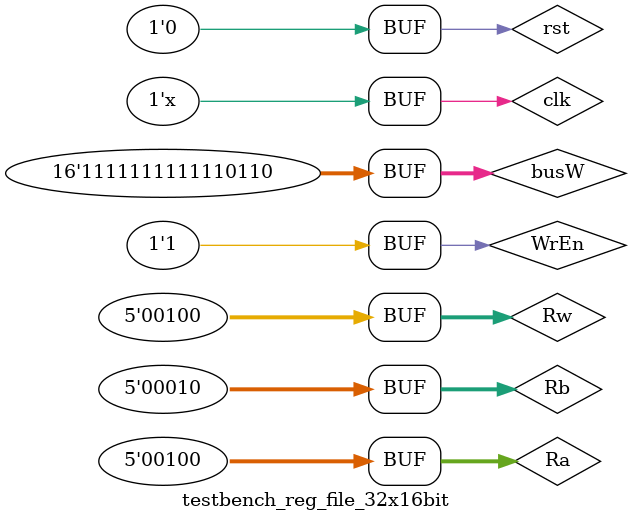
<source format=v>
`timescale 1ns / 1ps


module testbench_reg_file_32x16bit;

reg clk;
reg rst;
reg [4:0] Ra;
reg [4:0] Rb;
reg [4:0] Rw;
reg WrEn;
reg [15:0] busW;
wire [15:0] busA;
wire [15:0] busB;

reg_file_32x16bit uut (
    .clk(clk),
    .rst(rst),
    .Ra(Ra),
    .Rb(Rb),
    .Rw(Rw),
    .WrEn(WrEn),
    .busW(busW),
    .busA(busA),
    .busB(busB)
);

initial begin
    // Initial Set all to 0
    clk = 0;
    rst = 0;
    Ra = 0;
    Rb = 0;
    Rw = 0;
    WrEn = 0;
    busW = 0;
    
    // Reset Toggle: Sets all registers to 0
    #20
    rst = 1;
    #20
    rst = 0;
    
    // Single write: Write to Register 1
    #20
    Rw = 1;
    busW = -1;
    #20
    WrEn = 1;
 
    
    // Single Write: Write to Register 2
    #20
    Rw = 2;
    busW = -3;
    
    // Concurrent Read/Write: Read from Register 1 and 2, Write to Register 3
    #20
    Ra = 1;
    Rb = 2;
    Rw = 3;
    busW = -5;
    
    // Concurrent Read/Write to Same Register: Read and Write to Register 4
    #20
    Ra = 4;
    Rw = 4;
    busW = -10;
    
    #20
    rst = 1;
    #20
    rst = 0;
end

always begin
    #10 clk <= ~clk;
end

endmodule

</source>
